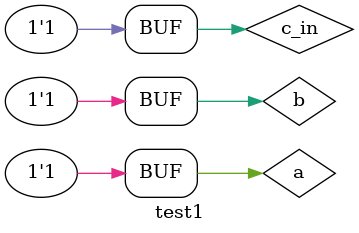
<source format=v>
`timescale 1ns / 1ps


module test1;

	// Inputs
	reg a;
	reg b;
	reg c_in;

	// Outputs
	wire g;
	wire p;
	wire s;

	// Instantiate the Unit Under Test (UUT)
	cla_1 uut (
		.a(a), 
		.b(b), 
		.c_in(c_in), 
		.g(g), 
		.p(p), 
		.s(s)
	);

	initial begin
			// Initialize Inputs
		a = 0;
		b = 0;
		c_in = 0;

		// Wait 100 ns for global reset to finish
		#100;
		
		a=0;
		b=1;
		c_in=1;
		#100;
		
		a=1;
		b=1;
		c_in=0;
		#100;
		
		a=1;
		b=1;
		c_in=1;
		#100;
	end
      
endmodule


</source>
